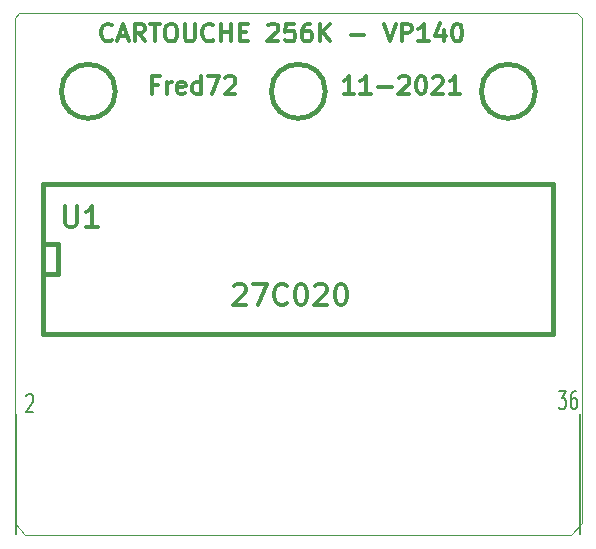
<source format=gto>
G04 (created by PCBNEW (2013-07-07 BZR 4022)-stable) date 27/12/2022 09:25:50*
%MOIN*%
G04 Gerber Fmt 3.4, Leading zero omitted, Abs format*
%FSLAX34Y34*%
G01*
G70*
G90*
G04 APERTURE LIST*
%ADD10C,0.00590551*%
%ADD11C,0.00393701*%
%ADD12C,0.011811*%
%ADD13C,0.015*%
%ADD14C,0.012*%
%ADD15C,0.00787402*%
G04 APERTURE END LIST*
G54D10*
G54D11*
X0Y-17000D02*
X350Y-17400D01*
X18550Y-17400D02*
X350Y-17400D01*
G54D12*
X11297Y-2689D02*
X10959Y-2689D01*
X11128Y-2689D02*
X11128Y-2098D01*
X11072Y-2182D01*
X11015Y-2239D01*
X10959Y-2267D01*
X11859Y-2689D02*
X11521Y-2689D01*
X11690Y-2689D02*
X11690Y-2098D01*
X11634Y-2182D01*
X11578Y-2239D01*
X11521Y-2267D01*
X12112Y-2464D02*
X12562Y-2464D01*
X12815Y-2154D02*
X12843Y-2126D01*
X12899Y-2098D01*
X13040Y-2098D01*
X13096Y-2126D01*
X13124Y-2154D01*
X13153Y-2210D01*
X13153Y-2267D01*
X13124Y-2351D01*
X12787Y-2689D01*
X13153Y-2689D01*
X13518Y-2098D02*
X13574Y-2098D01*
X13631Y-2126D01*
X13659Y-2154D01*
X13687Y-2210D01*
X13715Y-2323D01*
X13715Y-2464D01*
X13687Y-2576D01*
X13659Y-2632D01*
X13631Y-2660D01*
X13574Y-2689D01*
X13518Y-2689D01*
X13462Y-2660D01*
X13434Y-2632D01*
X13406Y-2576D01*
X13378Y-2464D01*
X13378Y-2323D01*
X13406Y-2210D01*
X13434Y-2154D01*
X13462Y-2126D01*
X13518Y-2098D01*
X13940Y-2154D02*
X13968Y-2126D01*
X14024Y-2098D01*
X14165Y-2098D01*
X14221Y-2126D01*
X14249Y-2154D01*
X14277Y-2210D01*
X14277Y-2267D01*
X14249Y-2351D01*
X13912Y-2689D01*
X14277Y-2689D01*
X14840Y-2689D02*
X14502Y-2689D01*
X14671Y-2689D02*
X14671Y-2098D01*
X14615Y-2182D01*
X14559Y-2239D01*
X14502Y-2267D01*
G54D11*
X18900Y-17000D02*
X18900Y-150D01*
X0Y-17000D02*
X0Y-150D01*
X18900Y-17000D02*
X18550Y-17400D01*
X18750Y0D02*
X18900Y-150D01*
X150Y0D02*
X18750Y0D01*
X0Y-150D02*
X150Y0D01*
G54D12*
X4768Y-2379D02*
X4572Y-2379D01*
X4572Y-2689D02*
X4572Y-2098D01*
X4853Y-2098D01*
X5078Y-2689D02*
X5078Y-2295D01*
X5078Y-2407D02*
X5106Y-2351D01*
X5134Y-2323D01*
X5190Y-2295D01*
X5246Y-2295D01*
X5668Y-2660D02*
X5612Y-2689D01*
X5500Y-2689D01*
X5443Y-2660D01*
X5415Y-2604D01*
X5415Y-2379D01*
X5443Y-2323D01*
X5500Y-2295D01*
X5612Y-2295D01*
X5668Y-2323D01*
X5696Y-2379D01*
X5696Y-2435D01*
X5415Y-2492D01*
X6203Y-2689D02*
X6203Y-2098D01*
X6203Y-2660D02*
X6146Y-2689D01*
X6034Y-2689D01*
X5978Y-2660D01*
X5950Y-2632D01*
X5921Y-2576D01*
X5921Y-2407D01*
X5950Y-2351D01*
X5978Y-2323D01*
X6034Y-2295D01*
X6146Y-2295D01*
X6203Y-2323D01*
X6428Y-2098D02*
X6821Y-2098D01*
X6568Y-2689D01*
X7018Y-2154D02*
X7046Y-2126D01*
X7102Y-2098D01*
X7243Y-2098D01*
X7299Y-2126D01*
X7327Y-2154D01*
X7356Y-2210D01*
X7356Y-2267D01*
X7327Y-2351D01*
X6990Y-2689D01*
X7356Y-2689D01*
X3247Y-882D02*
X3219Y-910D01*
X3135Y-939D01*
X3078Y-939D01*
X2994Y-910D01*
X2938Y-854D01*
X2910Y-798D01*
X2882Y-685D01*
X2882Y-601D01*
X2910Y-489D01*
X2938Y-432D01*
X2994Y-376D01*
X3078Y-348D01*
X3135Y-348D01*
X3219Y-376D01*
X3247Y-404D01*
X3472Y-770D02*
X3753Y-770D01*
X3416Y-939D02*
X3613Y-348D01*
X3810Y-939D01*
X4344Y-939D02*
X4147Y-657D01*
X4006Y-939D02*
X4006Y-348D01*
X4231Y-348D01*
X4288Y-376D01*
X4316Y-404D01*
X4344Y-460D01*
X4344Y-545D01*
X4316Y-601D01*
X4288Y-629D01*
X4231Y-657D01*
X4006Y-657D01*
X4513Y-348D02*
X4850Y-348D01*
X4681Y-939D02*
X4681Y-348D01*
X5159Y-348D02*
X5272Y-348D01*
X5328Y-376D01*
X5384Y-432D01*
X5412Y-545D01*
X5412Y-742D01*
X5384Y-854D01*
X5328Y-910D01*
X5272Y-939D01*
X5159Y-939D01*
X5103Y-910D01*
X5047Y-854D01*
X5019Y-742D01*
X5019Y-545D01*
X5047Y-432D01*
X5103Y-376D01*
X5159Y-348D01*
X5666Y-348D02*
X5666Y-826D01*
X5694Y-882D01*
X5722Y-910D01*
X5778Y-939D01*
X5891Y-939D01*
X5947Y-910D01*
X5975Y-882D01*
X6003Y-826D01*
X6003Y-348D01*
X6622Y-882D02*
X6594Y-910D01*
X6509Y-939D01*
X6453Y-939D01*
X6369Y-910D01*
X6312Y-854D01*
X6284Y-798D01*
X6256Y-685D01*
X6256Y-601D01*
X6284Y-489D01*
X6312Y-432D01*
X6369Y-376D01*
X6453Y-348D01*
X6509Y-348D01*
X6594Y-376D01*
X6622Y-404D01*
X6875Y-939D02*
X6875Y-348D01*
X6875Y-629D02*
X7212Y-629D01*
X7212Y-939D02*
X7212Y-348D01*
X7493Y-629D02*
X7690Y-629D01*
X7775Y-939D02*
X7493Y-939D01*
X7493Y-348D01*
X7775Y-348D01*
X8450Y-404D02*
X8478Y-376D01*
X8534Y-348D01*
X8675Y-348D01*
X8731Y-376D01*
X8759Y-404D01*
X8787Y-460D01*
X8787Y-517D01*
X8759Y-601D01*
X8421Y-939D01*
X8787Y-939D01*
X9321Y-348D02*
X9040Y-348D01*
X9012Y-629D01*
X9040Y-601D01*
X9096Y-573D01*
X9237Y-573D01*
X9293Y-601D01*
X9321Y-629D01*
X9349Y-685D01*
X9349Y-826D01*
X9321Y-882D01*
X9293Y-910D01*
X9237Y-939D01*
X9096Y-939D01*
X9040Y-910D01*
X9012Y-882D01*
X9856Y-348D02*
X9743Y-348D01*
X9687Y-376D01*
X9659Y-404D01*
X9603Y-489D01*
X9574Y-601D01*
X9574Y-826D01*
X9603Y-882D01*
X9631Y-910D01*
X9687Y-939D01*
X9799Y-939D01*
X9856Y-910D01*
X9884Y-882D01*
X9912Y-826D01*
X9912Y-685D01*
X9884Y-629D01*
X9856Y-601D01*
X9799Y-573D01*
X9687Y-573D01*
X9631Y-601D01*
X9603Y-629D01*
X9574Y-685D01*
X10165Y-939D02*
X10165Y-348D01*
X10502Y-939D02*
X10249Y-601D01*
X10502Y-348D02*
X10165Y-685D01*
X11205Y-714D02*
X11655Y-714D01*
X12302Y-348D02*
X12499Y-939D01*
X12696Y-348D01*
X12893Y-939D02*
X12893Y-348D01*
X13118Y-348D01*
X13174Y-376D01*
X13202Y-404D01*
X13230Y-460D01*
X13230Y-545D01*
X13202Y-601D01*
X13174Y-629D01*
X13118Y-657D01*
X12893Y-657D01*
X13793Y-939D02*
X13455Y-939D01*
X13624Y-939D02*
X13624Y-348D01*
X13568Y-432D01*
X13511Y-489D01*
X13455Y-517D01*
X14299Y-545D02*
X14299Y-939D01*
X14158Y-320D02*
X14018Y-742D01*
X14383Y-742D01*
X14721Y-348D02*
X14777Y-348D01*
X14833Y-376D01*
X14861Y-404D01*
X14889Y-460D01*
X14917Y-573D01*
X14917Y-714D01*
X14889Y-826D01*
X14861Y-882D01*
X14833Y-910D01*
X14777Y-939D01*
X14721Y-939D01*
X14664Y-910D01*
X14636Y-882D01*
X14608Y-826D01*
X14580Y-714D01*
X14580Y-573D01*
X14608Y-460D01*
X14636Y-404D01*
X14664Y-376D01*
X14721Y-348D01*
G54D13*
X950Y-5700D02*
X17950Y-5700D01*
X17950Y-5700D02*
X17950Y-10700D01*
X17950Y-10700D02*
X950Y-10700D01*
X950Y-10700D02*
X950Y-5700D01*
X950Y-8700D02*
X1450Y-8700D01*
X1450Y-8700D02*
X1450Y-7700D01*
X1450Y-7700D02*
X950Y-7700D01*
G54D10*
X50Y-13350D02*
X50Y-17350D01*
X18850Y-13350D02*
X18850Y-17350D01*
G54D13*
X3350Y-2600D02*
G75*
G03X3350Y-2600I-900J0D01*
G74*
G01*
X17350Y-2600D02*
G75*
G03X17350Y-2600I-900J0D01*
G74*
G01*
X10350Y-2600D02*
G75*
G03X10350Y-2600I-900J0D01*
G74*
G01*
G54D14*
X1666Y-6433D02*
X1666Y-7000D01*
X1700Y-7066D01*
X1733Y-7100D01*
X1800Y-7133D01*
X1933Y-7133D01*
X2000Y-7100D01*
X2033Y-7066D01*
X2066Y-7000D01*
X2066Y-6433D01*
X2766Y-7133D02*
X2366Y-7133D01*
X2566Y-7133D02*
X2566Y-6433D01*
X2500Y-6533D01*
X2433Y-6600D01*
X2366Y-6633D01*
X7316Y-9100D02*
X7350Y-9066D01*
X7416Y-9033D01*
X7583Y-9033D01*
X7650Y-9066D01*
X7683Y-9100D01*
X7716Y-9166D01*
X7716Y-9233D01*
X7683Y-9333D01*
X7283Y-9733D01*
X7716Y-9733D01*
X7950Y-9033D02*
X8416Y-9033D01*
X8116Y-9733D01*
X9083Y-9666D02*
X9050Y-9700D01*
X8950Y-9733D01*
X8883Y-9733D01*
X8783Y-9700D01*
X8716Y-9633D01*
X8683Y-9566D01*
X8650Y-9433D01*
X8650Y-9333D01*
X8683Y-9200D01*
X8716Y-9133D01*
X8783Y-9066D01*
X8883Y-9033D01*
X8950Y-9033D01*
X9050Y-9066D01*
X9083Y-9100D01*
X9516Y-9033D02*
X9583Y-9033D01*
X9650Y-9066D01*
X9683Y-9100D01*
X9716Y-9166D01*
X9750Y-9300D01*
X9750Y-9466D01*
X9716Y-9600D01*
X9683Y-9666D01*
X9650Y-9700D01*
X9583Y-9733D01*
X9516Y-9733D01*
X9450Y-9700D01*
X9416Y-9666D01*
X9383Y-9600D01*
X9350Y-9466D01*
X9350Y-9300D01*
X9383Y-9166D01*
X9416Y-9100D01*
X9450Y-9066D01*
X9516Y-9033D01*
X10016Y-9100D02*
X10050Y-9066D01*
X10116Y-9033D01*
X10283Y-9033D01*
X10350Y-9066D01*
X10383Y-9100D01*
X10416Y-9166D01*
X10416Y-9233D01*
X10383Y-9333D01*
X9983Y-9733D01*
X10416Y-9733D01*
X10850Y-9033D02*
X10916Y-9033D01*
X10983Y-9066D01*
X11016Y-9100D01*
X11050Y-9166D01*
X11083Y-9300D01*
X11083Y-9466D01*
X11050Y-9600D01*
X11016Y-9666D01*
X10983Y-9700D01*
X10916Y-9733D01*
X10850Y-9733D01*
X10783Y-9700D01*
X10750Y-9666D01*
X10716Y-9600D01*
X10683Y-9466D01*
X10683Y-9300D01*
X10716Y-9166D01*
X10750Y-9100D01*
X10783Y-9066D01*
X10850Y-9033D01*
G54D10*
X18131Y-12598D02*
X18375Y-12598D01*
X18243Y-12823D01*
X18300Y-12823D01*
X18337Y-12851D01*
X18356Y-12879D01*
X18375Y-12935D01*
X18375Y-13076D01*
X18356Y-13132D01*
X18337Y-13160D01*
X18300Y-13189D01*
X18187Y-13189D01*
X18150Y-13160D01*
X18131Y-13132D01*
X18712Y-12598D02*
X18637Y-12598D01*
X18599Y-12626D01*
X18581Y-12654D01*
X18543Y-12739D01*
X18524Y-12851D01*
X18524Y-13076D01*
X18543Y-13132D01*
X18562Y-13160D01*
X18599Y-13189D01*
X18674Y-13189D01*
X18712Y-13160D01*
X18731Y-13132D01*
X18749Y-13076D01*
X18749Y-12935D01*
X18731Y-12879D01*
X18712Y-12851D01*
X18674Y-12823D01*
X18599Y-12823D01*
X18562Y-12851D01*
X18543Y-12879D01*
X18524Y-12935D01*
G54D15*
X387Y-12754D02*
X406Y-12726D01*
X443Y-12698D01*
X537Y-12698D01*
X574Y-12726D01*
X593Y-12754D01*
X612Y-12810D01*
X612Y-12867D01*
X593Y-12951D01*
X368Y-13289D01*
X612Y-13289D01*
M02*

</source>
